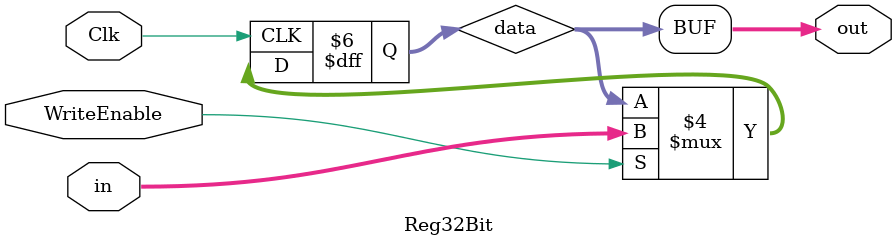
<source format=v>
`timescale 1ns / 1ps


module Reg32Bit(in, out, WriteEnable, Clk);

	input [31:0] in;
	input Clk, WriteEnable;

	output reg [31:0] out;
	
	reg [31:0] data;

    always@(posedge Clk) begin
        if (WriteEnable == 1)
            data <= in;
    end
    
    always@(*) begin
        out <= data;
    end

endmodule

</source>
